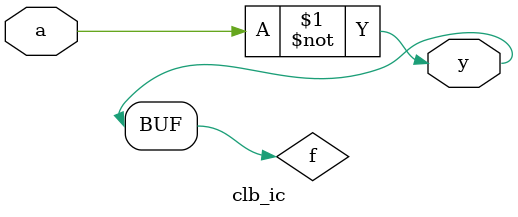
<source format=v>
module clb_ic(
	input a,
	output y
);

	wire f;
	
	assign f = ~a;
	assign y = f;

endmodule

</source>
